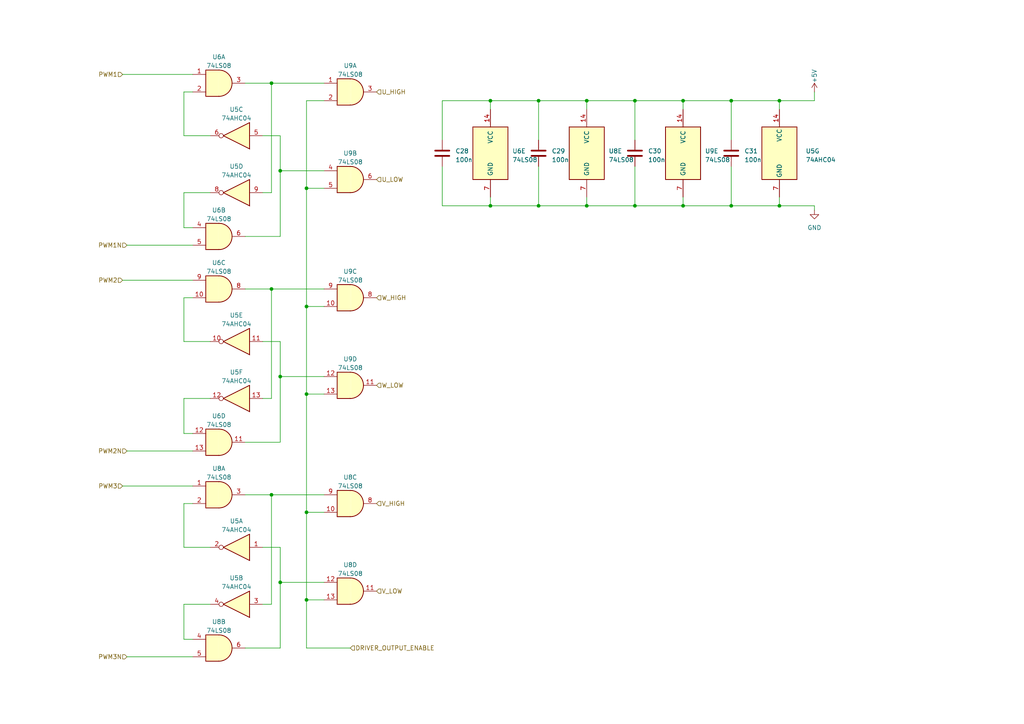
<source format=kicad_sch>
(kicad_sch (version 20230121) (generator eeschema)
  (paper "A4")
  (lib_symbols
    (symbol "74xx:74AHC04"
      (property "Reference" "U" (at 0 1.27 0))
      (property "Value" "74AHC04" (at 0 -1.27 0))
      (symbol "74AHC04_1_0"
        (polyline (pts (xy -3.81 3.81) (xy -3.81 -3.81) (xy 3.81 0) (xy -3.81 3.81)) (stroke (width 0.254)) (fill (type background)))
        (pin input line (at -7.62 0 0) (length 3.81) (name "~") (number "1"))
        (pin output inverted (at 7.62 0 180) (length 3.81) (name "~") (number "2"))
      )
      (symbol "74AHC04_2_0"
        (polyline (pts (xy -3.81 3.81) (xy -3.81 -3.81) (xy 3.81 0) (xy -3.81 3.81)) (stroke (width 0.254)) (fill (type background)))
        (pin input line (at -7.62 0 0) (length 3.81) (name "~") (number "3"))
        (pin output inverted (at 7.62 0 180) (length 3.81) (name "~") (number "4"))
      )
      (symbol "74AHC04_3_0"
        (polyline (pts (xy -3.81 3.81) (xy -3.81 -3.81) (xy 3.81 0) (xy -3.81 3.81)) (stroke (width 0.254)) (fill (type background)))
        (pin input line (at -7.62 0 0) (length 3.81) (name "~") (number "5"))
        (pin output inverted (at 7.62 0 180) (length 3.81) (name "~") (number "6"))
      )
      (symbol "74AHC04_4_0"
        (polyline (pts (xy -3.81 3.81) (xy -3.81 -3.81) (xy 3.81 0) (xy -3.81 3.81)) (stroke (width 0.254)) (fill (type background)))
        (pin output inverted (at 7.62 0 180) (length 3.81) (name "~") (number "8"))
        (pin input line (at -7.62 0 0) (length 3.81) (name "~") (number "9"))
      )
      (symbol "74AHC04_5_0"
        (polyline (pts (xy -3.81 3.81) (xy -3.81 -3.81) (xy 3.81 0) (xy -3.81 3.81)) (stroke (width 0.254)) (fill (type background)))
        (pin output inverted (at 7.62 0 180) (length 3.81) (name "~") (number "10"))
        (pin input line (at -7.62 0 0) (length 3.81) (name "~") (number "11"))
      )
      (symbol "74AHC04_6_0"
        (polyline (pts (xy -3.81 3.81) (xy -3.81 -3.81) (xy 3.81 0) (xy -3.81 3.81)) (stroke (width 0.254)) (fill (type background)))
        (pin output inverted (at 7.62 0 180) (length 3.81) (name "~") (number "12"))
        (pin input line (at -7.62 0 0) (length 3.81) (name "~") (number "13"))
      )
      (symbol "74AHC04_7_0"
        (pin power_in line (at 0 12.7 270) (length 5.08) (name "VCC") (number "14"))
        (pin power_in line (at 0 -12.7 90) (length 5.08) (name "GND") (number "7"))
      )
      (symbol "74AHC04_7_1"
        (rectangle (start -5.08 7.62) (end 5.08 -7.62) (stroke (width 0.254)) (fill (type background)))
      )
    )
    (symbol "74xx:74LS08" (pin_names (offset 1.016))
      (property "Reference" "U" (at 0 1.27 0))
      (property "Value" "74LS08" (at 0 -1.27 0))
      (symbol "74LS08_1_1"
        (arc (start 0 -3.81) (mid 3.7934 0) (end 0 3.81) (stroke (width 0.254)) (fill (type background)))
        (polyline (pts (xy 0 3.81) (xy -3.81 3.81) (xy -3.81 -3.81) (xy 0 -3.81)) (stroke (width 0.254)) (fill (type background)))
        (pin input line (at -7.62 2.54 0) (length 3.81) (name "~") (number "1"))
        (pin input line (at -7.62 -2.54 0) (length 3.81) (name "~") (number "2"))
        (pin output line (at 7.62 0 180) (length 3.81) (name "~") (number "3"))
      )
      (symbol "74LS08_1_2"
        (arc (start -3.81 -3.81) (mid -2.589 0) (end -3.81 3.81) (stroke (width 0.254)))
        (arc (start -0.6096 -3.81) (mid 2.1842 -2.5851) (end 3.81 0) (stroke (width 0.254)) (fill (type background)))
        (polyline (pts (xy -3.81 -3.81) (xy -0.635 -3.81)) (stroke (width 0.254)) (fill (type background)))
        (polyline (pts (xy -3.81 3.81) (xy -0.635 3.81)) (stroke (width 0.254)) (fill (type background)))
        (polyline (pts (xy -0.635 3.81) (xy -3.81 3.81) (xy -3.81 3.81) (xy -3.556 3.4036) (xy -3.0226 2.2606) (xy -2.6924 1.0414) (xy -2.6162 -0.254) (xy -2.7686 -1.4986) (xy -3.175 -2.7178) (xy -3.81 -3.81) (xy -3.81 -3.81) (xy -0.635 -3.81)) (stroke (width -25.4)) (fill (type background)))
        (arc (start 3.81 0) (mid 2.1915 2.5936) (end -0.6096 3.81) (stroke (width 0.254)) (fill (type background)))
        (pin input inverted (at -7.62 2.54 0) (length 4.318) (name "~") (number "1"))
        (pin input inverted (at -7.62 -2.54 0) (length 4.318) (name "~") (number "2"))
        (pin output inverted (at 7.62 0 180) (length 3.81) (name "~") (number "3"))
      )
      (symbol "74LS08_2_1"
        (arc (start 0 -3.81) (mid 3.7934 0) (end 0 3.81) (stroke (width 0.254)) (fill (type background)))
        (polyline (pts (xy 0 3.81) (xy -3.81 3.81) (xy -3.81 -3.81) (xy 0 -3.81)) (stroke (width 0.254)) (fill (type background)))
        (pin input line (at -7.62 2.54 0) (length 3.81) (name "~") (number "4"))
        (pin input line (at -7.62 -2.54 0) (length 3.81) (name "~") (number "5"))
        (pin output line (at 7.62 0 180) (length 3.81) (name "~") (number "6"))
      )
      (symbol "74LS08_2_2"
        (arc (start -3.81 -3.81) (mid -2.589 0) (end -3.81 3.81) (stroke (width 0.254)))
        (arc (start -0.6096 -3.81) (mid 2.1842 -2.5851) (end 3.81 0) (stroke (width 0.254)) (fill (type background)))
        (polyline (pts (xy -3.81 -3.81) (xy -0.635 -3.81)) (stroke (width 0.254)) (fill (type background)))
        (polyline (pts (xy -3.81 3.81) (xy -0.635 3.81)) (stroke (width 0.254)) (fill (type background)))
        (polyline (pts (xy -0.635 3.81) (xy -3.81 3.81) (xy -3.81 3.81) (xy -3.556 3.4036) (xy -3.0226 2.2606) (xy -2.6924 1.0414) (xy -2.6162 -0.254) (xy -2.7686 -1.4986) (xy -3.175 -2.7178) (xy -3.81 -3.81) (xy -3.81 -3.81) (xy -0.635 -3.81)) (stroke (width -25.4)) (fill (type background)))
        (arc (start 3.81 0) (mid 2.1915 2.5936) (end -0.6096 3.81) (stroke (width 0.254)) (fill (type background)))
        (pin input inverted (at -7.62 2.54 0) (length 4.318) (name "~") (number "4"))
        (pin input inverted (at -7.62 -2.54 0) (length 4.318) (name "~") (number "5"))
        (pin output inverted (at 7.62 0 180) (length 3.81) (name "~") (number "6"))
      )
      (symbol "74LS08_3_1"
        (arc (start 0 -3.81) (mid 3.7934 0) (end 0 3.81) (stroke (width 0.254)) (fill (type background)))
        (polyline (pts (xy 0 3.81) (xy -3.81 3.81) (xy -3.81 -3.81) (xy 0 -3.81)) (stroke (width 0.254)) (fill (type background)))
        (pin input line (at -7.62 -2.54 0) (length 3.81) (name "~") (number "10"))
        (pin output line (at 7.62 0 180) (length 3.81) (name "~") (number "8"))
        (pin input line (at -7.62 2.54 0) (length 3.81) (name "~") (number "9"))
      )
      (symbol "74LS08_3_2"
        (arc (start -3.81 -3.81) (mid -2.589 0) (end -3.81 3.81) (stroke (width 0.254)))
        (arc (start -0.6096 -3.81) (mid 2.1842 -2.5851) (end 3.81 0) (stroke (width 0.254)) (fill (type background)))
        (polyline (pts (xy -3.81 -3.81) (xy -0.635 -3.81)) (stroke (width 0.254)) (fill (type background)))
        (polyline (pts (xy -3.81 3.81) (xy -0.635 3.81)) (stroke (width 0.254)) (fill (type background)))
        (polyline (pts (xy -0.635 3.81) (xy -3.81 3.81) (xy -3.81 3.81) (xy -3.556 3.4036) (xy -3.0226 2.2606) (xy -2.6924 1.0414) (xy -2.6162 -0.254) (xy -2.7686 -1.4986) (xy -3.175 -2.7178) (xy -3.81 -3.81) (xy -3.81 -3.81) (xy -0.635 -3.81)) (stroke (width -25.4)) (fill (type background)))
        (arc (start 3.81 0) (mid 2.1915 2.5936) (end -0.6096 3.81) (stroke (width 0.254)) (fill (type background)))
        (pin input inverted (at -7.62 -2.54 0) (length 4.318) (name "~") (number "10"))
        (pin output inverted (at 7.62 0 180) (length 3.81) (name "~") (number "8"))
        (pin input inverted (at -7.62 2.54 0) (length 4.318) (name "~") (number "9"))
      )
      (symbol "74LS08_4_1"
        (arc (start 0 -3.81) (mid 3.7934 0) (end 0 3.81) (stroke (width 0.254)) (fill (type background)))
        (polyline (pts (xy 0 3.81) (xy -3.81 3.81) (xy -3.81 -3.81) (xy 0 -3.81)) (stroke (width 0.254)) (fill (type background)))
        (pin output line (at 7.62 0 180) (length 3.81) (name "~") (number "11"))
        (pin input line (at -7.62 2.54 0) (length 3.81) (name "~") (number "12"))
        (pin input line (at -7.62 -2.54 0) (length 3.81) (name "~") (number "13"))
      )
      (symbol "74LS08_4_2"
        (arc (start -3.81 -3.81) (mid -2.589 0) (end -3.81 3.81) (stroke (width 0.254)))
        (arc (start -0.6096 -3.81) (mid 2.1842 -2.5851) (end 3.81 0) (stroke (width 0.254)) (fill (type background)))
        (polyline (pts (xy -3.81 -3.81) (xy -0.635 -3.81)) (stroke (width 0.254)) (fill (type background)))
        (polyline (pts (xy -3.81 3.81) (xy -0.635 3.81)) (stroke (width 0.254)) (fill (type background)))
        (polyline (pts (xy -0.635 3.81) (xy -3.81 3.81) (xy -3.81 3.81) (xy -3.556 3.4036) (xy -3.0226 2.2606) (xy -2.6924 1.0414) (xy -2.6162 -0.254) (xy -2.7686 -1.4986) (xy -3.175 -2.7178) (xy -3.81 -3.81) (xy -3.81 -3.81) (xy -0.635 -3.81)) (stroke (width -25.4)) (fill (type background)))
        (arc (start 3.81 0) (mid 2.1915 2.5936) (end -0.6096 3.81) (stroke (width 0.254)) (fill (type background)))
        (pin output inverted (at 7.62 0 180) (length 3.81) (name "~") (number "11"))
        (pin input inverted (at -7.62 2.54 0) (length 4.318) (name "~") (number "12"))
        (pin input inverted (at -7.62 -2.54 0) (length 4.318) (name "~") (number "13"))
      )
      (symbol "74LS08_5_0"
        (pin power_in line (at 0 12.7 270) (length 5.08) (name "VCC") (number "14"))
        (pin power_in line (at 0 -12.7 90) (length 5.08) (name "GND") (number "7"))
      )
      (symbol "74LS08_5_1"
        (rectangle (start -5.08 7.62) (end 5.08 -7.62) (stroke (width 0.254)) (fill (type background)))
      )
    )
    (symbol "Device:C" (pin_numbers hide) (pin_names (offset 0.254))
      (property "Reference" "C" (at 0.635 2.54 0))
      (property "Value" "C" (at 0.635 -2.54 0))
      (symbol "C_0_1"
        (polyline (pts (xy -2.032 -0.762) (xy 2.032 -0.762)) (stroke (width 0.508)))
        (polyline (pts (xy -2.032 0.762) (xy 2.032 0.762)) (stroke (width 0.508)))
      )
      (symbol "C_1_1"
        (pin passive line (at 0 3.81 270) (length 2.794) (name "~") (number "1"))
        (pin passive line (at 0 -3.81 90) (length 2.794) (name "~") (number "2"))
      )
    )
    (symbol "power:+5V" (power) (pin_names (offset 0))
      (property "Value" "+5V" (at 0 3.556 0))
      (symbol "+5V_0_1"
        (polyline (pts (xy -0.762 1.27) (xy 0 2.54)))
        (polyline (pts (xy 0 0) (xy 0 2.54)))
        (polyline (pts (xy 0 2.54) (xy 0.762 1.27)))
      )
      (symbol "+5V_1_1"
        (pin power_in line (at 0 0 90) (length 0) hide (name "+5V") (number "1"))
      )
    )
    (symbol "power:GND" (power) (pin_names (offset 0))
      (property "Value" "GND" (at 0 -3.81 0))
      (symbol "GND_0_1"
        (polyline (pts (xy 0 0) (xy 0 -1.27) (xy 1.27 -1.27) (xy 0 -2.54) (xy -1.27 -1.27) (xy 0 -1.27)))
      )
      (symbol "GND_1_1"
        (pin power_in line (at 0 0 270) (length 0) hide (name "GND") (number "1"))
      )
    )
  )
  (junction (at 226.06 29.21))
  (junction (at 184.15 59.69))
  (junction (at 170.18 59.69))
  (junction (at 78.74 24.13))
  (junction (at 170.18 29.21))
  (junction (at 212.09 29.21))
  (junction (at 88.9 54.61))
  (junction (at 198.12 59.69))
  (junction (at 88.9 173.99))
  (junction (at 198.12 29.21))
  (junction (at 156.21 29.21))
  (junction (at 226.06 59.69))
  (junction (at 142.24 29.21))
  (junction (at 78.74 143.51))
  (junction (at 156.21 59.69))
  (junction (at 78.74 83.82))
  (junction (at 81.28 109.22))
  (junction (at 184.15 29.21))
  (junction (at 81.28 49.53))
  (junction (at 88.9 114.3))
  (junction (at 88.9 88.9))
  (junction (at 88.9 148.59))
  (junction (at 142.24 59.69))
  (junction (at 212.09 59.69))
  (junction (at 81.28 168.91))
  (wire (pts (xy 198.12 29.21) (xy 198.12 31.75)))
  (wire (pts (xy 184.15 48.26) (xy 184.15 59.69)))
  (wire (pts (xy 128.27 40.64) (xy 128.27 29.21)))
  (wire (pts (xy 88.9 29.21) (xy 88.9 54.61)))
  (wire (pts (xy 53.34 158.75) (xy 60.96 158.75)))
  (wire (pts (xy 81.28 128.27) (xy 81.28 109.22)))
  (wire (pts (xy 212.09 48.26) (xy 212.09 59.69)))
  (wire (pts (xy 236.22 59.69) (xy 236.22 60.96)))
  (wire (pts (xy 128.27 48.26) (xy 128.27 59.69)))
  (wire (pts (xy 170.18 31.75) (xy 170.18 29.21)))
  (wire (pts (xy 71.12 143.51) (xy 78.74 143.51)))
  (wire (pts (xy 142.24 29.21) (xy 142.24 31.75)))
  (wire (pts (xy 142.24 59.69) (xy 156.21 59.69)))
  (wire (pts (xy 71.12 24.13) (xy 78.74 24.13)))
  (wire (pts (xy 88.9 148.59) (xy 88.9 173.99)))
  (wire (pts (xy 88.9 54.61) (xy 88.9 88.9)))
  (wire (pts (xy 212.09 59.69) (xy 226.06 59.69)))
  (wire (pts (xy 36.83 130.81) (xy 55.88 130.81)))
  (wire (pts (xy 53.34 55.88) (xy 53.34 66.04)))
  (wire (pts (xy 226.06 59.69) (xy 226.06 57.15)))
  (wire (pts (xy 36.83 190.5) (xy 55.88 190.5)))
  (wire (pts (xy 53.34 86.36) (xy 55.88 86.36)))
  (wire (pts (xy 60.96 55.88) (xy 53.34 55.88)))
  (wire (pts (xy 53.34 146.05) (xy 55.88 146.05)))
  (wire (pts (xy 53.34 158.75) (xy 53.34 146.05)))
  (wire (pts (xy 128.27 59.69) (xy 142.24 59.69)))
  (wire (pts (xy 226.06 29.21) (xy 226.06 31.75)))
  (wire (pts (xy 76.2 55.88) (xy 78.74 55.88)))
  (wire (pts (xy 212.09 29.21) (xy 226.06 29.21)))
  (wire (pts (xy 81.28 49.53) (xy 93.98 49.53)))
  (wire (pts (xy 88.9 187.96) (xy 101.6 187.96)))
  (wire (pts (xy 71.12 68.58) (xy 81.28 68.58)))
  (wire (pts (xy 76.2 99.06) (xy 81.28 99.06)))
  (wire (pts (xy 88.9 54.61) (xy 93.98 54.61)))
  (wire (pts (xy 88.9 88.9) (xy 88.9 114.3)))
  (wire (pts (xy 198.12 29.21) (xy 212.09 29.21)))
  (wire (pts (xy 76.2 39.37) (xy 81.28 39.37)))
  (wire (pts (xy 53.34 125.73) (xy 55.88 125.73)))
  (wire (pts (xy 53.34 39.37) (xy 60.96 39.37)))
  (wire (pts (xy 53.34 99.06) (xy 53.34 86.36)))
  (wire (pts (xy 53.34 26.67) (xy 55.88 26.67)))
  (wire (pts (xy 76.2 175.26) (xy 78.74 175.26)))
  (wire (pts (xy 93.98 114.3) (xy 88.9 114.3)))
  (wire (pts (xy 81.28 109.22) (xy 93.98 109.22)))
  (wire (pts (xy 36.83 71.12) (xy 55.88 71.12)))
  (wire (pts (xy 156.21 59.69) (xy 170.18 59.69)))
  (wire (pts (xy 88.9 114.3) (xy 88.9 148.59)))
  (wire (pts (xy 156.21 29.21) (xy 156.21 40.64)))
  (wire (pts (xy 78.74 83.82) (xy 93.98 83.82)))
  (wire (pts (xy 60.96 115.57) (xy 53.34 115.57)))
  (wire (pts (xy 184.15 59.69) (xy 198.12 59.69)))
  (wire (pts (xy 156.21 29.21) (xy 170.18 29.21)))
  (wire (pts (xy 88.9 148.59) (xy 93.98 148.59)))
  (wire (pts (xy 88.9 173.99) (xy 88.9 187.96)))
  (wire (pts (xy 76.2 115.57) (xy 78.74 115.57)))
  (wire (pts (xy 93.98 29.21) (xy 88.9 29.21)))
  (wire (pts (xy 88.9 88.9) (xy 93.98 88.9)))
  (wire (pts (xy 76.2 158.75) (xy 81.28 158.75)))
  (wire (pts (xy 53.34 39.37) (xy 53.34 26.67)))
  (wire (pts (xy 35.56 81.28) (xy 55.88 81.28)))
  (wire (pts (xy 184.15 29.21) (xy 198.12 29.21)))
  (wire (pts (xy 71.12 187.96) (xy 81.28 187.96)))
  (wire (pts (xy 198.12 57.15) (xy 198.12 59.69)))
  (wire (pts (xy 35.56 21.59) (xy 55.88 21.59)))
  (wire (pts (xy 78.74 143.51) (xy 93.98 143.51)))
  (wire (pts (xy 198.12 59.69) (xy 212.09 59.69)))
  (wire (pts (xy 212.09 29.21) (xy 212.09 40.64)))
  (wire (pts (xy 53.34 185.42) (xy 55.88 185.42)))
  (wire (pts (xy 71.12 128.27) (xy 81.28 128.27)))
  (wire (pts (xy 71.12 83.82) (xy 78.74 83.82)))
  (wire (pts (xy 142.24 29.21) (xy 156.21 29.21)))
  (wire (pts (xy 81.28 187.96) (xy 81.28 168.91)))
  (wire (pts (xy 156.21 48.26) (xy 156.21 59.69)))
  (wire (pts (xy 78.74 24.13) (xy 78.74 55.88)))
  (wire (pts (xy 236.22 29.21) (xy 236.22 26.67)))
  (wire (pts (xy 226.06 59.69) (xy 236.22 59.69)))
  (wire (pts (xy 60.96 175.26) (xy 53.34 175.26)))
  (wire (pts (xy 142.24 57.15) (xy 142.24 59.69)))
  (wire (pts (xy 53.34 99.06) (xy 60.96 99.06)))
  (wire (pts (xy 53.34 175.26) (xy 53.34 185.42)))
  (wire (pts (xy 81.28 68.58) (xy 81.28 49.53)))
  (wire (pts (xy 78.74 24.13) (xy 93.98 24.13)))
  (wire (pts (xy 88.9 173.99) (xy 93.98 173.99)))
  (wire (pts (xy 35.56 140.97) (xy 55.88 140.97)))
  (wire (pts (xy 81.28 158.75) (xy 81.28 168.91)))
  (wire (pts (xy 170.18 59.69) (xy 184.15 59.69)))
  (wire (pts (xy 184.15 29.21) (xy 184.15 40.64)))
  (wire (pts (xy 78.74 83.82) (xy 78.74 115.57)))
  (wire (pts (xy 81.28 39.37) (xy 81.28 49.53)))
  (wire (pts (xy 226.06 29.21) (xy 236.22 29.21)))
  (wire (pts (xy 78.74 143.51) (xy 78.74 175.26)))
  (wire (pts (xy 81.28 99.06) (xy 81.28 109.22)))
  (wire (pts (xy 55.88 66.04) (xy 53.34 66.04)))
  (wire (pts (xy 128.27 29.21) (xy 142.24 29.21)))
  (wire (pts (xy 170.18 29.21) (xy 184.15 29.21)))
  (wire (pts (xy 81.28 168.91) (xy 93.98 168.91)))
  (wire (pts (xy 53.34 115.57) (xy 53.34 125.73)))
  (wire (pts (xy 170.18 57.15) (xy 170.18 59.69)))
  (hierarchical_label "PWM1" (shape input) (at 35.56 21.59 180))
  (hierarchical_label "V_HIGH" (shape input) (at 109.22 146.05 0))
  (hierarchical_label "PWM1N" (shape input) (at 36.83 71.12 180))
  (hierarchical_label "PWM2" (shape input) (at 35.56 81.28 180))
  (hierarchical_label "DRIVER_OUTPUT_ENABLE" (shape input) (at 101.6 187.96 0))
  (hierarchical_label "W_LOW" (shape input) (at 109.22 111.76 0))
  (hierarchical_label "PWM3" (shape input) (at 35.56 140.97 180))
  (hierarchical_label "PWM2N" (shape input) (at 36.83 130.81 180))
  (hierarchical_label "W_HIGH" (shape input) (at 109.22 86.36 0))
  (hierarchical_label "PWM3N" (shape input) (at 36.83 190.5 180))
  (hierarchical_label "U_LOW" (shape input) (at 109.22 52.07 0))
  (hierarchical_label "V_LOW" (shape input) (at 109.22 171.45 0))
  (hierarchical_label "U_HIGH" (shape input) (at 109.22 26.67 0))
  (symbol (lib_id "74xx:74LS08") (at 63.5 187.96 0) (unit 2)
    (property "Reference" "U8" (at 63.4917 180.34 0))
    (property "Value" "74LS08" (at 63.4917 182.88 0))
    (property "Datasheet" "http://www.ti.com/lit/gpn/sn74LS08" (effects hide))
  )
  (symbol (lib_id "74xx:74LS08") (at 101.6 26.67 0) (unit 1)
    (property "Reference" "U9" (at 101.5917 19.05 0))
    (property "Value" "74LS08" (at 101.5917 21.59 0))
    (property "Datasheet" "http://www.ti.com/lit/gpn/sn74LS08" (effects hide))
  )
  (symbol (lib_id "74xx:74LS08") (at 101.6 86.36 0) (unit 3)
    (property "Reference" "U9" (at 101.5917 78.74 0))
    (property "Value" "74LS08" (at 101.5917 81.28 0))
    (property "Datasheet" "http://www.ti.com/lit/gpn/sn74LS08" (effects hide))
  )
  (symbol (lib_id "74xx:74LS08") (at 142.24 44.45 0) (unit 5)
    (property "Reference" "U6" (at 148.59 43.815 0) (effects (justify left)))
    (property "Value" "74LS08" (at 148.59 46.355 0) (effects (justify left)))
    (property "Datasheet" "http://www.ti.com/lit/gpn/sn74LS08" (effects hide))
  )
  (symbol (lib_id "Device:C") (at 212.09 44.45 0) (unit 1)
    (property "Reference" "C31" (at 215.9 43.815 0) (effects (justify left)))
    (property "Value" "100n" (at 215.9 46.355 0) (effects (justify left)))
  )
  (symbol (lib_id "74xx:74LS08") (at 198.12 44.45 0) (unit 5)
    (property "Reference" "U9" (at 204.47 43.815 0) (effects (justify left)))
    (property "Value" "74LS08" (at 204.47 46.355 0) (effects (justify left)))
    (property "Datasheet" "http://www.ti.com/lit/gpn/sn74LS08" (effects hide))
  )
  (symbol (lib_id "Device:C") (at 128.27 44.45 0) (unit 1)
    (property "Reference" "C28" (at 132.08 43.815 0) (effects (justify left)))
    (property "Value" "100n" (at 132.08 46.355 0) (effects (justify left)))
  )
  (symbol (lib_id "74xx:74LS08") (at 63.5 143.51 0) (unit 1)
    (property "Reference" "U8" (at 63.4917 135.89 0))
    (property "Value" "74LS08" (at 63.4917 138.43 0))
    (property "Datasheet" "http://www.ti.com/lit/gpn/sn74LS08" (effects hide))
  )
  (symbol (lib_id "74xx:74LS08") (at 170.18 44.45 0) (unit 5)
    (property "Reference" "U8" (at 176.53 43.815 0) (effects (justify left)))
    (property "Value" "74LS08" (at 176.53 46.355 0) (effects (justify left)))
    (property "Datasheet" "http://www.ti.com/lit/gpn/sn74LS08" (effects hide))
  )
  (symbol (lib_id "74xx:74LS08") (at 63.5 68.58 0) (unit 2)
    (property "Reference" "U6" (at 63.4917 60.96 0))
    (property "Value" "74LS08" (at 63.4917 63.5 0))
    (property "Datasheet" "http://www.ti.com/lit/gpn/sn74LS08" (effects hide))
  )
  (symbol (lib_id "74xx:74AHC04") (at 68.58 55.88 180) (unit 4)
    (property "Reference" "U5" (at 68.58 48.26 0))
    (property "Value" "74AHC04" (at 68.58 50.8 0))
    (property "Datasheet" "https://assets.nexperia.com/documents/data-sheet/74AHC_AHCT04.pdf" (effects hide))
  )
  (symbol (lib_id "74xx:74LS08") (at 101.6 111.76 0) (unit 4)
    (property "Reference" "U9" (at 101.5917 104.14 0))
    (property "Value" "74LS08" (at 101.5917 106.68 0))
    (property "Datasheet" "http://www.ti.com/lit/gpn/sn74LS08" (effects hide))
  )
  (symbol (lib_id "74xx:74AHC04") (at 226.06 44.45 0) (unit 7)
    (property "Reference" "U5" (at 233.68 43.815 0) (effects (justify left)))
    (property "Value" "74AHC04" (at 233.68 46.355 0) (effects (justify left)))
    (property "Datasheet" "https://assets.nexperia.com/documents/data-sheet/74AHC_AHCT04.pdf" (effects hide))
  )
  (symbol (lib_id "Device:C") (at 184.15 44.45 0) (unit 1)
    (property "Reference" "C30" (at 187.96 43.815 0) (effects (justify left)))
    (property "Value" "100n" (at 187.96 46.355 0) (effects (justify left)))
  )
  (symbol (lib_id "74xx:74AHC04") (at 68.58 175.26 180) (unit 2)
    (property "Reference" "U5" (at 68.58 167.64 0))
    (property "Value" "74AHC04" (at 68.58 170.18 0))
    (property "Datasheet" "https://assets.nexperia.com/documents/data-sheet/74AHC_AHCT04.pdf" (effects hide))
  )
  (symbol (lib_id "74xx:74LS08") (at 101.6 171.45 0) (unit 4)
    (property "Reference" "U8" (at 101.5917 163.83 0))
    (property "Value" "74LS08" (at 101.5917 166.37 0))
    (property "Datasheet" "http://www.ti.com/lit/gpn/sn74LS08" (effects hide))
  )
  (symbol (lib_id "74xx:74LS08") (at 63.5 24.13 0) (unit 1)
    (property "Reference" "U6" (at 63.4917 16.51 0))
    (property "Value" "74LS08" (at 63.4917 19.05 0))
    (property "Datasheet" "http://www.ti.com/lit/gpn/sn74LS08" (effects hide))
  )
  (symbol (lib_id "power:+5V") (at 236.22 26.67 0) (unit 1)
    (property "Reference" "#PWR048" (effects hide))
    (property "Value" "+5V" (at 236.22 24.13 90) (effects (justify left)))
    (instances (project "STM32Inverter" (path "" (reference "#PWR048") (unit 1)) (path "" (reference "#PWR052") (unit 1))) (project "ecu" (path "" (reference "#PWR014") (unit 1))))
  )
  (symbol (lib_id "74xx:74AHC04") (at 68.58 39.37 180) (unit 3)
    (property "Reference" "U5" (at 68.58 31.75 0))
    (property "Value" "74AHC04" (at 68.58 34.29 0))
    (property "Datasheet" "https://assets.nexperia.com/documents/data-sheet/74AHC_AHCT04.pdf" (effects hide))
  )
  (symbol (lib_id "74xx:74LS08") (at 63.5 83.82 0) (unit 3)
    (property "Reference" "U6" (at 63.4917 76.2 0))
    (property "Value" "74LS08" (at 63.4917 78.74 0))
    (property "Datasheet" "http://www.ti.com/lit/gpn/sn74LS08" (effects hide))
  )
  (symbol (lib_id "74xx:74LS08") (at 63.5 128.27 0) (unit 4)
    (property "Reference" "U6" (at 63.4917 120.65 0))
    (property "Value" "74LS08" (at 63.4917 123.19 0))
    (property "Datasheet" "http://www.ti.com/lit/gpn/sn74LS08" (effects hide))
  )
  (symbol (lib_id "74xx:74LS08") (at 101.6 146.05 0) (unit 3)
    (property "Reference" "U8" (at 101.5917 138.43 0))
    (property "Value" "74LS08" (at 101.5917 140.97 0))
    (property "Datasheet" "http://www.ti.com/lit/gpn/sn74LS08" (effects hide))
  )
  (symbol (lib_id "74xx:74AHC04") (at 68.58 99.06 180) (unit 5)
    (property "Reference" "U5" (at 68.58 91.44 0))
    (property "Value" "74AHC04" (at 68.58 93.98 0))
    (property "Datasheet" "https://assets.nexperia.com/documents/data-sheet/74AHC_AHCT04.pdf" (effects hide))
  )
  (symbol (lib_id "power:GND") (at 236.22 60.96 0) (unit 1)
    (property "Reference" "#PWR02" (effects hide))
    (property "Value" "GND" (at 236.22 66.04 0))
    (instances (project "STM32Inverter" (path "" (reference "#PWR02") (unit 1)) (path "" (reference "#PWR051") (unit 1))))
  )
  (symbol (lib_id "74xx:74AHC04") (at 68.58 158.75 180) (unit 1)
    (property "Reference" "U5" (at 68.58 151.13 0))
    (property "Value" "74AHC04" (at 68.58 153.67 0))
    (property "Datasheet" "https://assets.nexperia.com/documents/data-sheet/74AHC_AHCT04.pdf" (effects hide))
  )
  (symbol (lib_id "Device:C") (at 156.21 44.45 0) (unit 1)
    (property "Reference" "C29" (at 160.02 43.815 0) (effects (justify left)))
    (property "Value" "100n" (at 160.02 46.355 0) (effects (justify left)))
  )
  (symbol (lib_id "74xx:74AHC04") (at 68.58 115.57 180) (unit 6)
    (property "Reference" "U5" (at 68.58 107.95 0))
    (property "Value" "74AHC04" (at 68.58 110.49 0))
    (property "Datasheet" "https://assets.nexperia.com/documents/data-sheet/74AHC_AHCT04.pdf" (effects hide))
  )
  (symbol (lib_id "74xx:74LS08") (at 101.6 52.07 0) (unit 2)
    (property "Reference" "U9" (at 101.5917 44.45 0))
    (property "Value" "74LS08" (at 101.5917 46.99 0))
    (property "Datasheet" "http://www.ti.com/lit/gpn/sn74LS08" (effects hide))
  )
)
</source>
